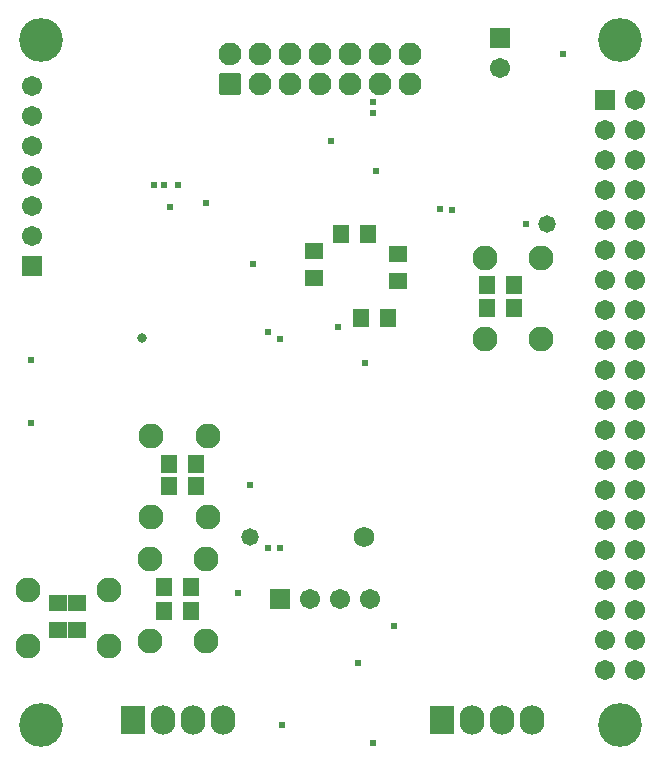
<source format=gbs>
G04*
G04 #@! TF.GenerationSoftware,Altium Limited,Altium Designer,18.1.5 (160)*
G04*
G04 Layer_Color=16711935*
%FSTAX24Y24*%
%MOIN*%
G70*
G01*
G75*
%ADD29R,0.0580X0.0630*%
%ADD33R,0.0630X0.0580*%
%ADD38R,0.0830X0.0980*%
%ADD39O,0.0830X0.0980*%
%ADD40C,0.0671*%
%ADD41R,0.0671X0.0671*%
%ADD42R,0.0671X0.0671*%
%ADD43C,0.0680*%
%ADD44C,0.0830*%
%ADD45C,0.1460*%
%ADD46C,0.0760*%
G04:AMPARAMS|DCode=47|XSize=76mil|YSize=76mil|CornerRadius=12.5mil|HoleSize=0mil|Usage=FLASHONLY|Rotation=90.000|XOffset=0mil|YOffset=0mil|HoleType=Round|Shape=RoundedRectangle|*
%AMROUNDEDRECTD47*
21,1,0.0760,0.0510,0,0,90.0*
21,1,0.0510,0.0760,0,0,90.0*
1,1,0.0250,0.0255,0.0255*
1,1,0.0250,0.0255,-0.0255*
1,1,0.0250,-0.0255,-0.0255*
1,1,0.0250,-0.0255,0.0255*
%
%ADD47ROUNDEDRECTD47*%
%ADD48C,0.0240*%
%ADD49C,0.0580*%
%ADD50C,0.0330*%
D29*
X0294Y0306D02*
D03*
X0303D02*
D03*
X02375Y021635D02*
D03*
X02285D02*
D03*
Y020835D02*
D03*
X02375D02*
D03*
X023Y02575D02*
D03*
X0239D02*
D03*
Y025D02*
D03*
X023D02*
D03*
X02875Y03341D02*
D03*
X02965D02*
D03*
X0336Y03095D02*
D03*
X0345D02*
D03*
Y0317D02*
D03*
X0336D02*
D03*
D33*
X03065Y03185D02*
D03*
Y03275D02*
D03*
X02785Y03285D02*
D03*
Y03195D02*
D03*
X0193Y0202D02*
D03*
Y0211D02*
D03*
X01995D02*
D03*
Y0202D02*
D03*
D38*
X0321Y0172D02*
D03*
X0218D02*
D03*
D39*
X0331D02*
D03*
X0341D02*
D03*
X0351D02*
D03*
X0228D02*
D03*
X0238D02*
D03*
X0248D02*
D03*
D40*
X0297Y02125D02*
D03*
X0287D02*
D03*
X0277D02*
D03*
X01845Y03435D02*
D03*
Y03335D02*
D03*
Y03535D02*
D03*
Y03635D02*
D03*
Y03735D02*
D03*
Y03835D02*
D03*
X03405Y03895D02*
D03*
X038541Y018885D02*
D03*
X037541D02*
D03*
X038541Y019885D02*
D03*
X037541D02*
D03*
X038541Y020885D02*
D03*
X037541D02*
D03*
X038541Y021885D02*
D03*
X037541D02*
D03*
X038541Y022885D02*
D03*
X037541D02*
D03*
X038541Y023885D02*
D03*
X037541D02*
D03*
X038541Y024885D02*
D03*
X037541D02*
D03*
X038541Y025885D02*
D03*
X037541D02*
D03*
X038541Y026885D02*
D03*
X037541D02*
D03*
X038541Y027885D02*
D03*
X037541D02*
D03*
X038541Y028885D02*
D03*
X037541D02*
D03*
X038541Y029885D02*
D03*
X037541D02*
D03*
X038541Y030885D02*
D03*
X037541D02*
D03*
X038541Y031885D02*
D03*
X037541D02*
D03*
X038541Y032885D02*
D03*
X037541D02*
D03*
X038541Y033885D02*
D03*
X037541D02*
D03*
X038541Y034885D02*
D03*
X037541D02*
D03*
X038541Y035885D02*
D03*
X037541D02*
D03*
X038541Y036885D02*
D03*
X037541D02*
D03*
X038541Y037885D02*
D03*
D41*
X0267Y02125D02*
D03*
D42*
X01845Y03235D02*
D03*
X03405Y03995D02*
D03*
X037541Y037885D02*
D03*
D43*
X0295Y0233D02*
D03*
D44*
X02426Y019855D02*
D03*
X02238Y022565D02*
D03*
X02426D02*
D03*
X02238Y019855D02*
D03*
X02431Y02397D02*
D03*
X02243Y02668D02*
D03*
X02431D02*
D03*
X02243Y02397D02*
D03*
X02103Y02156D02*
D03*
X01832Y01968D02*
D03*
Y02156D02*
D03*
X02103Y01968D02*
D03*
X03543Y03261D02*
D03*
X03355Y0299D02*
D03*
X03543D02*
D03*
X03355Y03261D02*
D03*
D45*
X038041Y01705D02*
D03*
X01875Y039885D02*
D03*
X038041D02*
D03*
X01875Y01705D02*
D03*
D46*
X03105Y039413D02*
D03*
X03005D02*
D03*
X02905D02*
D03*
X02805D02*
D03*
X02705D02*
D03*
X02605D02*
D03*
X02505D02*
D03*
X03105Y038413D02*
D03*
X03005D02*
D03*
X02905D02*
D03*
X02805D02*
D03*
X02705D02*
D03*
X02605D02*
D03*
D47*
X02505D02*
D03*
D48*
X0298Y03745D02*
D03*
Y0378D02*
D03*
X03245Y0342D02*
D03*
X03205Y03425D02*
D03*
X0258Y0324D02*
D03*
X0253Y02145D02*
D03*
X0233Y03505D02*
D03*
X0184Y0292D02*
D03*
Y0271D02*
D03*
X0257Y02505D02*
D03*
X02425Y03445D02*
D03*
X0284Y0365D02*
D03*
X0299Y0355D02*
D03*
X02965Y0334D02*
D03*
X03065Y03275D02*
D03*
X03025Y0306D02*
D03*
X02865Y0303D02*
D03*
X02785Y03195D02*
D03*
X0229Y02165D02*
D03*
X0267Y02295D02*
D03*
X0298Y01645D02*
D03*
X03065Y03185D02*
D03*
X02945Y0306D02*
D03*
X02785Y03285D02*
D03*
X02875Y03341D02*
D03*
X0349Y03375D02*
D03*
X0267Y0299D02*
D03*
X0263Y02295D02*
D03*
Y03015D02*
D03*
X02305Y0343D02*
D03*
X02285Y03505D02*
D03*
X0225D02*
D03*
X036163Y0394D02*
D03*
X02955Y0291D02*
D03*
X02678Y01703D02*
D03*
X0293Y0191D02*
D03*
X03053Y02033D02*
D03*
D49*
X0257Y0233D02*
D03*
X0356Y03375D02*
D03*
D50*
X0221Y02995D02*
D03*
M02*

</source>
